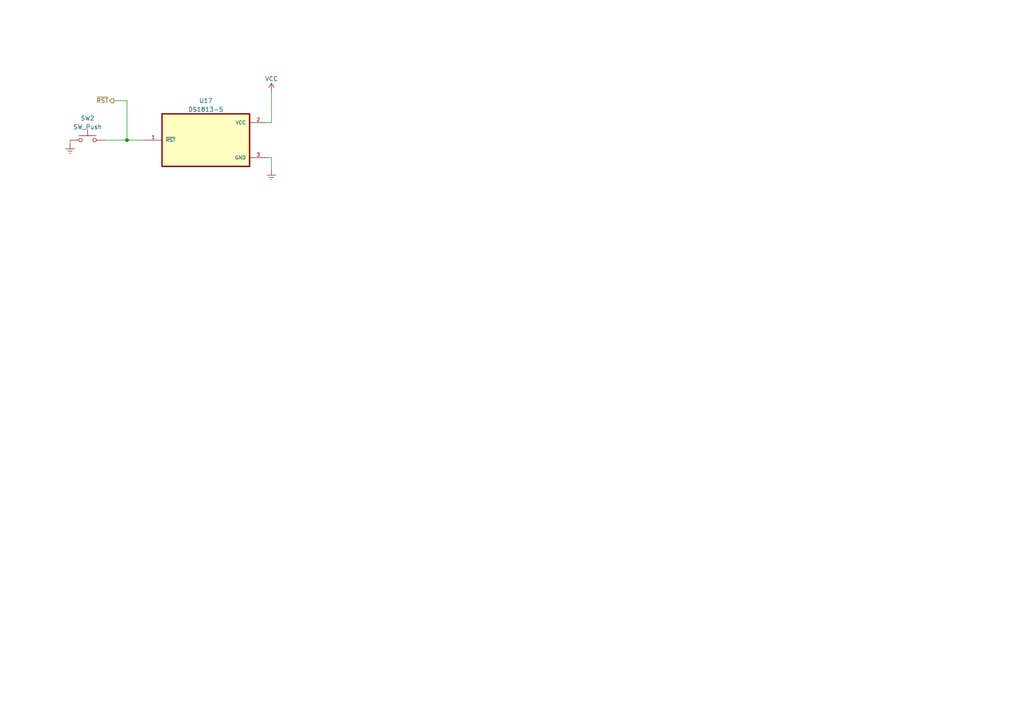
<source format=kicad_sch>
(kicad_sch (version 20230121) (generator eeschema)
  (paper "A4")
  (lib_symbols
    (symbol "Analog Devices EconoReset:DS1813-5" (pin_names (offset 1.016))
      (property "Reference" "U" (at -12.7 8.62 0))
      (property "Value" "DS1813-5" (at -12.7 -11.62 0))
      (symbol "DS1813-5_0_0"
        (rectangle (start -12.7 -7.62) (end 12.7 7.62) (stroke (width 0.41)) (fill (type background)))
        (pin bidirectional line (at -17.78 0 0) (length 5.08) (name "~{RST}") (number "1"))
        (pin power_in line (at 17.78 5.08 180) (length 5.08) (name "VCC") (number "2"))
        (pin power_in line (at 17.78 -5.08 180) (length 5.08) (name "GND") (number "3"))
      )
    )
    (symbol "Switch:SW_Push" (pin_numbers hide) (pin_names (offset 1.016) hide)
      (property "Reference" "SW" (at 1.27 2.54 0))
      (property "Value" "SW_Push" (at 0 -1.524 0))
      (symbol "SW_Push_0_1"
        (circle (center -2.032 0) (radius 0.508))
        (polyline (pts (xy 0 1.27) (xy 0 3.048)))
        (polyline (pts (xy 2.54 1.27) (xy -2.54 1.27)))
        (circle (center 2.032 0) (radius 0.508))
        (pin passive line (at -5.08 0 0) (length 2.54) (name "1") (number "1"))
        (pin passive line (at 5.08 0 180) (length 2.54) (name "2") (number "2"))
      )
    )
    (symbol "power:Earth" (power) (pin_names (offset 0))
      (symbol "Earth_0_1"
        (polyline (pts (xy -0.635 -1.905) (xy 0.635 -1.905)))
        (polyline (pts (xy -0.127 -2.54) (xy 0.127 -2.54)))
        (polyline (pts (xy 0 -1.27) (xy 0 0)))
        (polyline (pts (xy 1.27 -1.27) (xy -1.27 -1.27)))
      )
      (symbol "Earth_1_1"
        (pin power_in line (at 0 0 270) (length 0) hide (name "Earth") (number "1"))
      )
    )
    (symbol "power:VCC" (power) (pin_names (offset 0))
      (property "Value" "VCC" (at 0 3.81 0))
      (symbol "VCC_0_1"
        (polyline (pts (xy -0.762 1.27) (xy 0 2.54)))
        (polyline (pts (xy 0 0) (xy 0 2.54)))
        (polyline (pts (xy 0 2.54) (xy 0.762 1.27)))
      )
      (symbol "VCC_1_1"
        (pin power_in line (at 0 0 90) (length 0) hide (name "VCC") (number "1"))
      )
    )
  )
  (junction (at 36.83 40.64))
  (wire (pts (xy 33.02 29.21) (xy 36.83 29.21)))
  (wire (pts (xy 20.32 41.91) (xy 20.32 40.64)))
  (wire (pts (xy 77.47 35.56) (xy 78.74 35.56)))
  (wire (pts (xy 78.74 35.56) (xy 78.74 26.67)))
  (wire (pts (xy 36.83 40.64) (xy 41.91 40.64)))
  (wire (pts (xy 36.83 29.21) (xy 36.83 40.64)))
  (wire (pts (xy 30.48 40.64) (xy 36.83 40.64)))
  (wire (pts (xy 78.74 45.72) (xy 78.74 49.53)))
  (wire (pts (xy 78.74 45.72) (xy 77.47 45.72)))
  (hierarchical_label "~{RST}" (shape output) (at 33.02 29.21 180))
  (symbol (lib_id "Analog Devices EconoReset:DS1813-5") (at 59.69 40.64 0) (unit 1)
    (property "Reference" "U17" (at 59.69 29.21 0))
    (property "Value" "DS1813-5" (at 59.69 31.75 0))
    (property "Footprint" "TO92127P495H695-3" (effects hide))
  )
  (symbol (lib_id "power:VCC") (at 78.74 26.67 0) (unit 1)
    (property "Reference" "#PWR05" (effects hide))
    (property "Value" "+5V" (at 78.74 22.86 0))
    (instances (project "rod6502" (path "" (reference "#PWR05") (unit 1)) (path "" (reference "#PWR039") (unit 1))))
  )
  (symbol (lib_id "power:Earth") (at 20.32 41.91 0) (mirror y) (unit 1)
    (property "Reference" "#PWR02" (effects hide))
    (property "Value" "Earth" (effects hide))
    (instances (project "rod6502" (path "" (reference "#PWR02") (unit 1)) (path "" (reference "#PWR040") (unit 1))))
  )
  (symbol (lib_id "power:Earth") (at 78.74 49.53 0) (mirror y) (unit 1)
    (property "Reference" "#PWR02" (effects hide))
    (property "Value" "Earth" (effects hide))
    (instances (project "rod6502" (path "" (reference "#PWR02") (unit 1)) (path "" (reference "#PWR041") (unit 1))))
  )
  (symbol (lib_id "Switch:SW_Push") (at 25.4 40.64 0) (mirror y) (unit 1)
    (property "Reference" "SW2" (at 25.4 34.29 0))
    (property "Value" "SW_Push" (at 25.4 36.83 0))
    (instances (project "rod6502" (path "" (reference "SW2") (unit 1)) (path "" (reference "SW1") (unit 1))))
  )
)
</source>
